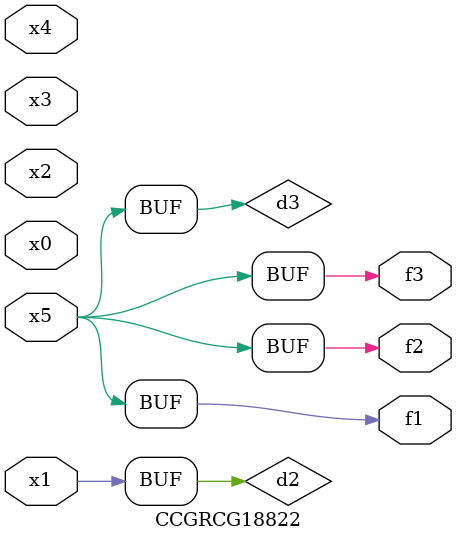
<source format=v>
module CCGRCG18822(
	input x0, x1, x2, x3, x4, x5,
	output f1, f2, f3
);

	wire d1, d2, d3;

	not (d1, x5);
	or (d2, x1);
	xnor (d3, d1);
	assign f1 = d3;
	assign f2 = d3;
	assign f3 = d3;
endmodule

</source>
